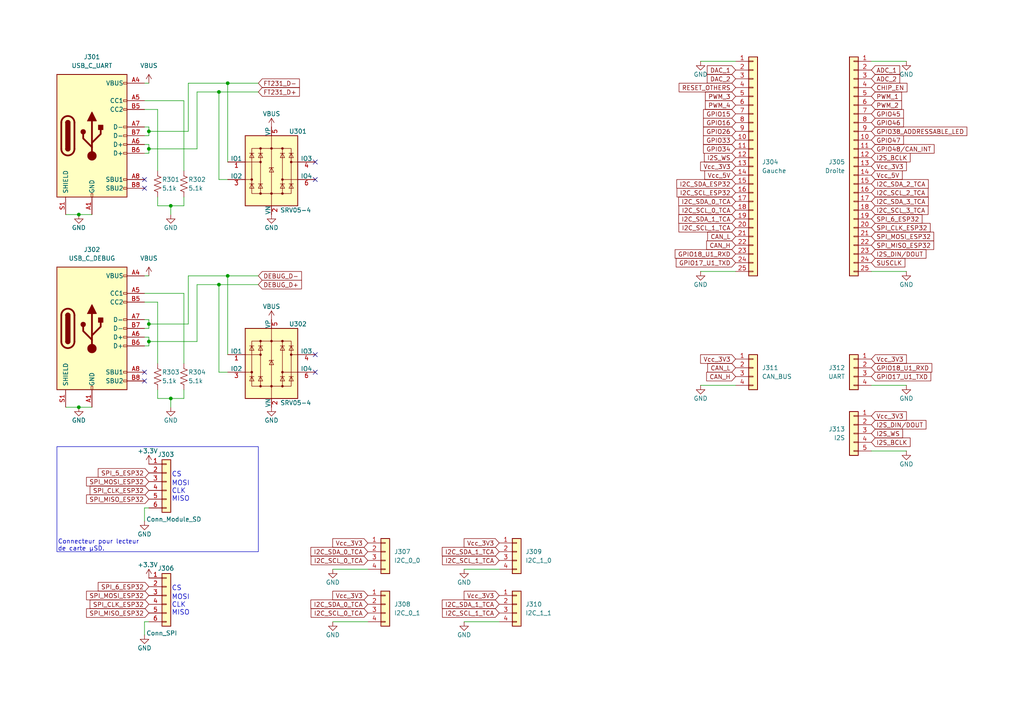
<source format=kicad_sch>
(kicad_sch (version 20231120) (generator "eeschema") (generator_version "8.0")
  (paper "A4")
  (lib_symbols
    (symbol "Connector:USB_C_Receptacle_USB2.0" (pin_names (offset 1.016))
      (property "Reference" "J" (at -10.16 19.05 0))
      (property "Value" "USB_C_Receptacle_USB2.0" (at 19.05 19.05 0))
      (symbol "USB_C_Receptacle_USB2.0_0_0"
        (rectangle (start -0.254 -17.78) (end 0.254 -16.764))
        (rectangle (start 10.16 -14.986) (end 9.144 -15.494))
        (rectangle (start 10.16 -12.446) (end 9.144 -12.954))
        (rectangle (start 10.16 -4.826) (end 9.144 -5.334))
        (rectangle (start 10.16 -2.286) (end 9.144 -2.794))
        (rectangle (start 10.16 0.254) (end 9.144 -0.254))
        (rectangle (start 10.16 2.794) (end 9.144 2.286))
        (rectangle (start 10.16 7.874) (end 9.144 7.366))
        (rectangle (start 10.16 10.414) (end 9.144 9.906))
        (rectangle (start 10.16 15.494) (end 9.144 14.986))
      )
      (symbol "USB_C_Receptacle_USB2.0_0_1"
        (rectangle (start -10.16 17.78) (end 10.16 -17.78) (stroke (width 0.254)) (fill (type background)))
        (arc (start -8.89 -3.81) (mid -6.985 -5.7067) (end -5.08 -3.81) (stroke (width 0.508)))
        (arc (start -7.62 -3.81) (mid -6.985 -4.4423) (end -6.35 -3.81) (stroke (width 0.254)))
        (arc (start -7.62 -3.81) (mid -6.985 -4.4423) (end -6.35 -3.81) (stroke (width 0.254)) (fill (type outline)))
        (rectangle (start -7.62 -3.81) (end -6.35 3.81) (stroke (width 0.254)) (fill (type outline)))
        (arc (start -6.35 3.81) (mid -6.985 4.4423) (end -7.62 3.81) (stroke (width 0.254)))
        (arc (start -6.35 3.81) (mid -6.985 4.4423) (end -7.62 3.81) (stroke (width 0.254)) (fill (type outline)))
        (arc (start -5.08 3.81) (mid -6.985 5.7067) (end -8.89 3.81) (stroke (width 0.508)))
        (circle (center -2.54 1.143) (radius 0.635) (stroke (width 0.254)) (fill (type outline)))
        (circle (center 0 -5.842) (radius 1.27) (fill (type outline)))
        (polyline (pts (xy -8.89 -3.81) (xy -8.89 3.81)) (stroke (width 0.508)))
        (polyline (pts (xy -5.08 3.81) (xy -5.08 -3.81)) (stroke (width 0.508)))
        (polyline (pts (xy 0 -5.842) (xy 0 4.318)) (stroke (width 0.508)))
        (polyline (pts (xy 0 -3.302) (xy -2.54 -0.762) (xy -2.54 0.508)) (stroke (width 0.508)))
        (polyline (pts (xy 0 -2.032) (xy 2.54 0.508) (xy 2.54 1.778)) (stroke (width 0.508)))
        (polyline (pts (xy -1.27 4.318) (xy 0 6.858) (xy 1.27 4.318) (xy -1.27 4.318)) (stroke (width 0.254)) (fill (type outline)))
        (rectangle (start 1.905 1.778) (end 3.175 3.048) (stroke (width 0.254)) (fill (type outline)))
      )
      (symbol "USB_C_Receptacle_USB2.0_1_1"
        (pin passive line (at 0 -22.86 90) (length 5.08) (name "GND") (number "A1"))
        (pin passive line (at 0 -22.86 90) (length 5.08) hide (name "GND") (number "A12"))
        (pin passive line (at 15.24 15.24 180) (length 5.08) (name "VBUS") (number "A4"))
        (pin bidirectional line (at 15.24 10.16 180) (length 5.08) (name "CC1") (number "A5"))
        (pin bidirectional line (at 15.24 -2.54 180) (length 5.08) (name "D+") (number "A6"))
        (pin bidirectional line (at 15.24 2.54 180) (length 5.08) (name "D-") (number "A7"))
        (pin bidirectional line (at 15.24 -12.7 180) (length 5.08) (name "SBU1") (number "A8"))
        (pin passive line (at 15.24 15.24 180) (length 5.08) hide (name "VBUS") (number "A9"))
        (pin passive line (at 0 -22.86 90) (length 5.08) hide (name "GND") (number "B1"))
        (pin passive line (at 0 -22.86 90) (length 5.08) hide (name "GND") (number "B12"))
        (pin passive line (at 15.24 15.24 180) (length 5.08) hide (name "VBUS") (number "B4"))
        (pin bidirectional line (at 15.24 7.62 180) (length 5.08) (name "CC2") (number "B5"))
        (pin bidirectional line (at 15.24 -5.08 180) (length 5.08) (name "D+") (number "B6"))
        (pin bidirectional line (at 15.24 0 180) (length 5.08) (name "D-") (number "B7"))
        (pin bidirectional line (at 15.24 -15.24 180) (length 5.08) (name "SBU2") (number "B8"))
        (pin passive line (at 15.24 15.24 180) (length 5.08) hide (name "VBUS") (number "B9"))
        (pin passive line (at -7.62 -22.86 90) (length 5.08) (name "SHIELD") (number "S1"))
      )
    )
    (symbol "Connector_Generic:Conn_01x04" (pin_names (offset 1.016) hide)
      (property "Reference" "J" (at 0 5.08 0))
      (property "Value" "Conn_01x04" (at 0 -7.62 0))
      (symbol "Conn_01x04_1_1"
        (rectangle (start -1.27 -4.953) (end 0 -5.207) (stroke (width 0.1524)))
        (rectangle (start -1.27 -2.413) (end 0 -2.667) (stroke (width 0.1524)))
        (rectangle (start -1.27 0.127) (end 0 -0.127) (stroke (width 0.1524)))
        (rectangle (start -1.27 2.667) (end 0 2.413) (stroke (width 0.1524)))
        (rectangle (start -1.27 3.81) (end 1.27 -6.35) (stroke (width 0.254)) (fill (type background)))
        (pin passive line (at -5.08 2.54 0) (length 3.81) (name "Pin_1") (number "1"))
        (pin passive line (at -5.08 0 0) (length 3.81) (name "Pin_2") (number "2"))
        (pin passive line (at -5.08 -2.54 0) (length 3.81) (name "Pin_3") (number "3"))
        (pin passive line (at -5.08 -5.08 0) (length 3.81) (name "Pin_4") (number "4"))
      )
    )
    (symbol "Connector_Generic:Conn_01x05" (pin_names (offset 1.016) hide)
      (property "Reference" "J" (at 0 7.62 0))
      (property "Value" "Conn_01x05" (at 0 -7.62 0))
      (symbol "Conn_01x05_1_1"
        (rectangle (start -1.27 -4.953) (end 0 -5.207) (stroke (width 0.1524)))
        (rectangle (start -1.27 -2.413) (end 0 -2.667) (stroke (width 0.1524)))
        (rectangle (start -1.27 0.127) (end 0 -0.127) (stroke (width 0.1524)))
        (rectangle (start -1.27 2.667) (end 0 2.413) (stroke (width 0.1524)))
        (rectangle (start -1.27 5.207) (end 0 4.953) (stroke (width 0.1524)))
        (rectangle (start -1.27 6.35) (end 1.27 -6.35) (stroke (width 0.254)) (fill (type background)))
        (pin passive line (at -5.08 5.08 0) (length 3.81) (name "Pin_1") (number "1"))
        (pin passive line (at -5.08 2.54 0) (length 3.81) (name "Pin_2") (number "2"))
        (pin passive line (at -5.08 0 0) (length 3.81) (name "Pin_3") (number "3"))
        (pin passive line (at -5.08 -2.54 0) (length 3.81) (name "Pin_4") (number "4"))
        (pin passive line (at -5.08 -5.08 0) (length 3.81) (name "Pin_5") (number "5"))
      )
    )
    (symbol "Connector_Generic:Conn_01x06" (pin_names (offset 1.016) hide)
      (property "Reference" "J" (at 0 7.62 0))
      (property "Value" "Conn_01x06" (at 0 -10.16 0))
      (symbol "Conn_01x06_1_1"
        (rectangle (start -1.27 -7.493) (end 0 -7.747) (stroke (width 0.1524)))
        (rectangle (start -1.27 -4.953) (end 0 -5.207) (stroke (width 0.1524)))
        (rectangle (start -1.27 -2.413) (end 0 -2.667) (stroke (width 0.1524)))
        (rectangle (start -1.27 0.127) (end 0 -0.127) (stroke (width 0.1524)))
        (rectangle (start -1.27 2.667) (end 0 2.413) (stroke (width 0.1524)))
        (rectangle (start -1.27 5.207) (end 0 4.953) (stroke (width 0.1524)))
        (rectangle (start -1.27 6.35) (end 1.27 -8.89) (stroke (width 0.254)) (fill (type background)))
        (pin passive line (at -5.08 5.08 0) (length 3.81) (name "Pin_1") (number "1"))
        (pin passive line (at -5.08 2.54 0) (length 3.81) (name "Pin_2") (number "2"))
        (pin passive line (at -5.08 0 0) (length 3.81) (name "Pin_3") (number "3"))
        (pin passive line (at -5.08 -2.54 0) (length 3.81) (name "Pin_4") (number "4"))
        (pin passive line (at -5.08 -5.08 0) (length 3.81) (name "Pin_5") (number "5"))
        (pin passive line (at -5.08 -7.62 0) (length 3.81) (name "Pin_6") (number "6"))
      )
    )
    (symbol "Connector_Generic:Conn_01x25" (pin_names (offset 1.016) hide)
      (property "Reference" "J" (at 0 33.02 0))
      (property "Value" "Conn_01x25" (at 0 -33.02 0))
      (symbol "Conn_01x25_1_1"
        (rectangle (start -1.27 -30.353) (end 0 -30.607) (stroke (width 0.1524)))
        (rectangle (start -1.27 -27.813) (end 0 -28.067) (stroke (width 0.1524)))
        (rectangle (start -1.27 -25.273) (end 0 -25.527) (stroke (width 0.1524)))
        (rectangle (start -1.27 -22.733) (end 0 -22.987) (stroke (width 0.1524)))
        (rectangle (start -1.27 -20.193) (end 0 -20.447) (stroke (width 0.1524)))
        (rectangle (start -1.27 -17.653) (end 0 -17.907) (stroke (width 0.1524)))
        (rectangle (start -1.27 -15.113) (end 0 -15.367) (stroke (width 0.1524)))
        (rectangle (start -1.27 -12.573) (end 0 -12.827) (stroke (width 0.1524)))
        (rectangle (start -1.27 -10.033) (end 0 -10.287) (stroke (width 0.1524)))
        (rectangle (start -1.27 -7.493) (end 0 -7.747) (stroke (width 0.1524)))
        (rectangle (start -1.27 -4.953) (end 0 -5.207) (stroke (width 0.1524)))
        (rectangle (start -1.27 -2.413) (end 0 -2.667) (stroke (width 0.1524)))
        (rectangle (start -1.27 0.127) (end 0 -0.127) (stroke (width 0.1524)))
        (rectangle (start -1.27 2.667) (end 0 2.413) (stroke (width 0.1524)))
        (rectangle (start -1.27 5.207) (end 0 4.953) (stroke (width 0.1524)))
        (rectangle (start -1.27 7.747) (end 0 7.493) (stroke (width 0.1524)))
        (rectangle (start -1.27 10.287) (end 0 10.033) (stroke (width 0.1524)))
        (rectangle (start -1.27 12.827) (end 0 12.573) (stroke (width 0.1524)))
        (rectangle (start -1.27 15.367) (end 0 15.113) (stroke (width 0.1524)))
        (rectangle (start -1.27 17.907) (end 0 17.653) (stroke (width 0.1524)))
        (rectangle (start -1.27 20.447) (end 0 20.193) (stroke (width 0.1524)))
        (rectangle (start -1.27 22.987) (end 0 22.733) (stroke (width 0.1524)))
        (rectangle (start -1.27 25.527) (end 0 25.273) (stroke (width 0.1524)))
        (rectangle (start -1.27 28.067) (end 0 27.813) (stroke (width 0.1524)))
        (rectangle (start -1.27 30.607) (end 0 30.353) (stroke (width 0.1524)))
        (rectangle (start -1.27 31.75) (end 1.27 -31.75) (stroke (width 0.254)) (fill (type background)))
        (pin passive line (at -5.08 30.48 0) (length 3.81) (name "Pin_1") (number "1"))
        (pin passive line (at -5.08 7.62 0) (length 3.81) (name "Pin_10") (number "10"))
        (pin passive line (at -5.08 5.08 0) (length 3.81) (name "Pin_11") (number "11"))
        (pin passive line (at -5.08 2.54 0) (length 3.81) (name "Pin_12") (number "12"))
        (pin passive line (at -5.08 0 0) (length 3.81) (name "Pin_13") (number "13"))
        (pin passive line (at -5.08 -2.54 0) (length 3.81) (name "Pin_14") (number "14"))
        (pin passive line (at -5.08 -5.08 0) (length 3.81) (name "Pin_15") (number "15"))
        (pin passive line (at -5.08 -7.62 0) (length 3.81) (name "Pin_16") (number "16"))
        (pin passive line (at -5.08 -10.16 0) (length 3.81) (name "Pin_17") (number "17"))
        (pin passive line (at -5.08 -12.7 0) (length 3.81) (name "Pin_18") (number "18"))
        (pin passive line (at -5.08 -15.24 0) (length 3.81) (name "Pin_19") (number "19"))
        (pin passive line (at -5.08 27.94 0) (length 3.81) (name "Pin_2") (number "2"))
        (pin passive line (at -5.08 -17.78 0) (length 3.81) (name "Pin_20") (number "20"))
        (pin passive line (at -5.08 -20.32 0) (length 3.81) (name "Pin_21") (number "21"))
        (pin passive line (at -5.08 -22.86 0) (length 3.81) (name "Pin_22") (number "22"))
        (pin passive line (at -5.08 -25.4 0) (length 3.81) (name "Pin_23") (number "23"))
        (pin passive line (at -5.08 -27.94 0) (length 3.81) (name "Pin_24") (number "24"))
        (pin passive line (at -5.08 -30.48 0) (length 3.81) (name "Pin_25") (number "25"))
        (pin passive line (at -5.08 25.4 0) (length 3.81) (name "Pin_3") (number "3"))
        (pin passive line (at -5.08 22.86 0) (length 3.81) (name "Pin_4") (number "4"))
        (pin passive line (at -5.08 20.32 0) (length 3.81) (name "Pin_5") (number "5"))
        (pin passive line (at -5.08 17.78 0) (length 3.81) (name "Pin_6") (number "6"))
        (pin passive line (at -5.08 15.24 0) (length 3.81) (name "Pin_7") (number "7"))
        (pin passive line (at -5.08 12.7 0) (length 3.81) (name "Pin_8") (number "8"))
        (pin passive line (at -5.08 10.16 0) (length 3.81) (name "Pin_9") (number "9"))
      )
    )
    (symbol "Device:R_US" (pin_numbers hide) (pin_names (offset 0))
      (property "Reference" "R" (at 2.54 0 90))
      (property "Value" "R_US" (at -2.54 0 90))
      (symbol "R_US_0_1"
        (polyline (pts (xy 0 -2.286) (xy 0 -2.54)))
        (polyline (pts (xy 0 2.286) (xy 0 2.54)))
        (polyline (pts (xy 0 -0.762) (xy 1.016 -1.143) (xy 0 -1.524) (xy -1.016 -1.905) (xy 0 -2.286)))
        (polyline (pts (xy 0 0.762) (xy 1.016 0.381) (xy 0 0) (xy -1.016 -0.381) (xy 0 -0.762)))
        (polyline (pts (xy 0 2.286) (xy 1.016 1.905) (xy 0 1.524) (xy -1.016 1.143) (xy 0 0.762)))
      )
      (symbol "R_US_1_1"
        (pin passive line (at 0 3.81 270) (length 1.27) (name "~") (number "1"))
        (pin passive line (at 0 -3.81 90) (length 1.27) (name "~") (number "2"))
      )
    )
    (symbol "GND_1" (power) (pin_numbers hide) (pin_names (offset 0) hide)
      (property "Value" "GND" (at 0 -3.81 0))
      (symbol "GND_1_0_1"
        (polyline (pts (xy 0 0) (xy 0 -1.27) (xy 1.27 -1.27) (xy 0 -2.54) (xy -1.27 -1.27) (xy 0 -1.27)))
      )
      (symbol "GND_1_1_1"
        (pin power_in line (at 0 0 270) (length 0) (name "~") (number "1"))
      )
    )
    (symbol "Power_Protection:SRV05-4" (pin_names (offset 0))
      (property "Reference" "U" (at -5.08 11.43 0))
      (property "Value" "SRV05-4" (at 2.54 11.43 0))
      (symbol "SRV05-4_0_0"
        (rectangle (start -5.715 6.477) (end 5.715 -6.604))
        (polyline (pts (xy -3.175 -6.604) (xy -3.175 6.477)))
        (polyline (pts (xy 3.175 6.477) (xy 3.175 -6.604)))
      )
      (symbol "SRV05-4_0_1"
        (rectangle (start -7.62 10.16) (end 7.62 -10.16) (stroke (width 0.254)) (fill (type background)))
        (circle (center -5.715 -2.54) (radius 0.2794) (fill (type outline)))
        (circle (center -3.175 -6.604) (radius 0.2794) (fill (type outline)))
        (circle (center -3.175 2.54) (radius 0.2794) (fill (type outline)))
        (circle (center -3.175 6.477) (radius 0.2794) (fill (type outline)))
        (circle (center 0 -6.604) (radius 0.2794) (fill (type outline)))
        (polyline (pts (xy -7.747 2.54) (xy -3.175 2.54)))
        (polyline (pts (xy -7.62 -2.54) (xy -5.715 -2.54)))
        (polyline (pts (xy -5.08 -3.81) (xy -6.35 -3.81)))
        (polyline (pts (xy -5.08 5.08) (xy -6.35 5.08)))
        (polyline (pts (xy -2.54 -3.81) (xy -3.81 -3.81)))
        (polyline (pts (xy -2.54 5.08) (xy -3.81 5.08)))
        (polyline (pts (xy 0 10.16) (xy 0 -10.16)))
        (polyline (pts (xy 3.81 -3.81) (xy 2.54 -3.81)))
        (polyline (pts (xy 3.81 5.08) (xy 2.54 5.08)))
        (polyline (pts (xy 6.35 -3.81) (xy 5.08 -3.81)))
        (polyline (pts (xy 6.35 5.08) (xy 5.08 5.08)))
        (polyline (pts (xy 7.62 -2.54) (xy 3.175 -2.54)))
        (polyline (pts (xy 7.62 2.54) (xy 5.715 2.54)))
        (polyline (pts (xy 0.635 0.889) (xy -0.635 0.889) (xy -0.635 0.635)))
        (polyline (pts (xy -5.08 -5.08) (xy -6.35 -5.08) (xy -5.715 -3.81) (xy -5.08 -5.08)))
        (polyline (pts (xy -5.08 3.81) (xy -6.35 3.81) (xy -5.715 5.08) (xy -5.08 3.81)))
        (polyline (pts (xy -2.54 -5.08) (xy -3.81 -5.08) (xy -3.175 -3.81) (xy -2.54 -5.08)))
        (polyline (pts (xy -2.54 3.81) (xy -3.81 3.81) (xy -3.175 5.08) (xy -2.54 3.81)))
        (polyline (pts (xy 0.635 -0.381) (xy -0.635 -0.381) (xy 0 0.889) (xy 0.635 -0.381)))
        (polyline (pts (xy 3.81 -5.08) (xy 2.54 -5.08) (xy 3.175 -3.81) (xy 3.81 -5.08)))
        (polyline (pts (xy 3.81 3.81) (xy 2.54 3.81) (xy 3.175 5.08) (xy 3.81 3.81)))
        (polyline (pts (xy 6.35 -5.08) (xy 5.08 -5.08) (xy 5.715 -3.81) (xy 6.35 -5.08)))
        (polyline (pts (xy 6.35 3.81) (xy 5.08 3.81) (xy 5.715 5.08) (xy 6.35 3.81)))
        (circle (center 0 6.477) (radius 0.2794) (fill (type outline)))
        (circle (center 3.175 -6.604) (radius 0.2794) (fill (type outline)))
        (circle (center 3.175 -2.54) (radius 0.2794) (fill (type outline)))
        (circle (center 3.175 6.477) (radius 0.2794) (fill (type outline)))
        (circle (center 5.715 2.54) (radius 0.2794) (fill (type outline)))
      )
      (symbol "SRV05-4_1_1"
        (pin passive line (at -12.7 2.54 0) (length 5.08) (name "IO1") (number "1"))
        (pin passive line (at 0 -12.7 90) (length 2.54) (name "VN") (number "2"))
        (pin passive line (at -12.7 -2.54 0) (length 5.08) (name "IO2") (number "3"))
        (pin passive line (at 12.7 2.54 180) (length 5.08) (name "IO3") (number "4"))
        (pin passive line (at 0 12.7 270) (length 2.54) (name "VP") (number "5"))
        (pin passive line (at 12.7 -2.54 180) (length 5.08) (name "IO4") (number "6"))
      )
    )
    (symbol "power:+3.3V" (power) (pin_numbers hide) (pin_names (offset 0) hide)
      (property "Value" "+3.3V" (at 0 3.556 0))
      (symbol "+3.3V_0_1"
        (polyline (pts (xy -0.762 1.27) (xy 0 2.54)))
        (polyline (pts (xy 0 0) (xy 0 2.54)))
        (polyline (pts (xy 0 2.54) (xy 0.762 1.27)))
      )
      (symbol "+3.3V_1_1"
        (pin power_in line (at 0 0 90) (length 0) (name "~") (number "1"))
      )
    )
    (symbol "power:GND" (power) (pin_names (offset 0))
      (property "Value" "GND" (at 0 -3.81 0))
      (symbol "GND_0_1"
        (polyline (pts (xy 0 0) (xy 0 -1.27) (xy 1.27 -1.27) (xy 0 -2.54) (xy -1.27 -1.27) (xy 0 -1.27)))
      )
      (symbol "GND_1_1"
        (pin power_in line (at 0 0 270) (length 0) hide (name "GND") (number "1"))
      )
    )
    (symbol "power:VBUS" (power) (pin_names (offset 0))
      (property "Value" "VBUS" (at 0 3.81 0))
      (symbol "VBUS_0_1"
        (polyline (pts (xy -0.762 1.27) (xy 0 2.54)))
        (polyline (pts (xy 0 0) (xy 0 2.54)))
        (polyline (pts (xy 0 2.54) (xy 0.762 1.27)))
      )
      (symbol "VBUS_1_1"
        (pin power_in line (at 0 0 90) (length 0) hide (name "VBUS") (number "1"))
      )
    )
  )
  (junction (at 43.18 38.1))
  (junction (at 63.5 82.55))
  (junction (at 66.04 80.01))
  (junction (at 49.53 59.69))
  (junction (at 43.18 43.18))
  (junction (at 43.18 93.98))
  (junction (at 22.86 118.11))
  (junction (at 66.04 24.13))
  (junction (at 49.53 115.57))
  (junction (at 22.86 62.23))
  (junction (at 43.18 99.06))
  (junction (at 63.5 26.67))
  (no_connect (at 41.91 52.07))
  (no_connect (at 41.91 54.61))
  (no_connect (at 91.44 52.07))
  (no_connect (at 41.91 107.95))
  (no_connect (at 91.44 102.87))
  (no_connect (at 41.91 110.49))
  (no_connect (at 91.44 46.99))
  (no_connect (at 91.44 107.95))
  (wire (pts (xy 41.91 85.09) (xy 53.34 85.09)))
  (wire (pts (xy 63.5 107.95) (xy 63.5 82.55)))
  (wire (pts (xy 134.62 180.34) (xy 144.78 180.34)))
  (wire (pts (xy 41.91 97.79) (xy 43.18 97.79)))
  (wire (pts (xy 203.2 111.76) (xy 213.36 111.76)))
  (wire (pts (xy 54.61 24.13) (xy 66.04 24.13)))
  (wire (pts (xy 41.91 100.33) (xy 43.18 100.33)))
  (wire (pts (xy 43.18 93.98) (xy 54.61 93.98)))
  (wire (pts (xy 41.91 31.75) (xy 45.72 31.75)))
  (wire (pts (xy 41.91 87.63) (xy 45.72 87.63)))
  (wire (pts (xy 53.34 115.57) (xy 49.53 115.57)))
  (wire (pts (xy 203.2 78.74) (xy 213.36 78.74)))
  (wire (pts (xy 66.04 24.13) (xy 74.93 24.13)))
  (wire (pts (xy 57.15 43.18) (xy 57.15 26.67)))
  (wire (pts (xy 43.18 99.06) (xy 43.18 100.33)))
  (wire (pts (xy 43.18 93.98) (xy 43.18 95.25)))
  (wire (pts (xy 43.18 38.1) (xy 43.18 39.37)))
  (wire (pts (xy 45.72 59.69) (xy 49.53 59.69)))
  (wire (pts (xy 53.34 57.15) (xy 53.34 59.69)))
  (wire (pts (xy 66.04 52.07) (xy 63.5 52.07)))
  (wire (pts (xy 53.34 59.69) (xy 49.53 59.69)))
  (wire (pts (xy 43.18 180.34) (xy 41.91 180.34)))
  (wire (pts (xy 41.91 95.25) (xy 43.18 95.25)))
  (wire (pts (xy 262.89 130.81) (xy 252.73 130.81)))
  (wire (pts (xy 45.72 87.63) (xy 45.72 105.41)))
  (wire (pts (xy 45.72 113.03) (xy 45.72 115.57)))
  (wire (pts (xy 54.61 93.98) (xy 54.61 80.01)))
  (wire (pts (xy 262.89 111.76) (xy 252.73 111.76)))
  (wire (pts (xy 43.18 43.18) (xy 57.15 43.18)))
  (wire (pts (xy 22.86 62.23) (xy 26.67 62.23)))
  (wire (pts (xy 22.86 62.23) (xy 19.05 62.23)))
  (wire (pts (xy 43.18 97.79) (xy 43.18 99.06)))
  (wire (pts (xy 22.86 118.11) (xy 19.05 118.11)))
  (wire (pts (xy 53.34 29.21) (xy 53.34 49.53)))
  (wire (pts (xy 49.53 115.57) (xy 49.53 118.11)))
  (wire (pts (xy 41.91 80.01) (xy 43.18 80.01)))
  (wire (pts (xy 54.61 80.01) (xy 66.04 80.01)))
  (wire (pts (xy 43.18 36.83) (xy 43.18 38.1)))
  (wire (pts (xy 41.91 44.45) (xy 43.18 44.45)))
  (wire (pts (xy 213.36 17.78) (xy 203.2 17.78)))
  (wire (pts (xy 43.18 41.91) (xy 43.18 43.18)))
  (wire (pts (xy 41.91 29.21) (xy 53.34 29.21)))
  (wire (pts (xy 96.52 180.34) (xy 106.68 180.34)))
  (wire (pts (xy 43.18 99.06) (xy 57.15 99.06)))
  (wire (pts (xy 41.91 92.71) (xy 43.18 92.71)))
  (wire (pts (xy 57.15 26.67) (xy 63.5 26.67)))
  (wire (pts (xy 43.18 147.32) (xy 41.91 147.32)))
  (wire (pts (xy 57.15 99.06) (xy 57.15 82.55)))
  (wire (pts (xy 96.52 165.1) (xy 106.68 165.1)))
  (wire (pts (xy 54.61 38.1) (xy 54.61 24.13)))
  (wire (pts (xy 45.72 115.57) (xy 49.53 115.57)))
  (wire (pts (xy 22.86 118.11) (xy 26.67 118.11)))
  (wire (pts (xy 45.72 31.75) (xy 45.72 49.53)))
  (wire (pts (xy 41.91 180.34) (xy 41.91 184.15)))
  (wire (pts (xy 66.04 80.01) (xy 74.93 80.01)))
  (wire (pts (xy 66.04 107.95) (xy 63.5 107.95)))
  (wire (pts (xy 66.04 102.87) (xy 66.04 80.01)))
  (wire (pts (xy 45.72 57.15) (xy 45.72 59.69)))
  (wire (pts (xy 41.91 24.13) (xy 43.18 24.13)))
  (wire (pts (xy 43.18 43.18) (xy 43.18 44.45)))
  (wire (pts (xy 41.91 39.37) (xy 43.18 39.37)))
  (wire (pts (xy 41.91 41.91) (xy 43.18 41.91)))
  (wire (pts (xy 63.5 26.67) (xy 74.93 26.67)))
  (wire (pts (xy 252.73 17.78) (xy 262.89 17.78)))
  (wire (pts (xy 66.04 46.99) (xy 66.04 24.13)))
  (wire (pts (xy 41.91 36.83) (xy 43.18 36.83)))
  (wire (pts (xy 134.62 165.1) (xy 144.78 165.1)))
  (wire (pts (xy 41.91 147.32) (xy 41.91 151.13)))
  (wire (pts (xy 63.5 82.55) (xy 74.93 82.55)))
  (wire (pts (xy 57.15 82.55) (xy 63.5 82.55)))
  (wire (pts (xy 43.18 38.1) (xy 54.61 38.1)))
  (wire (pts (xy 63.5 52.07) (xy 63.5 26.67)))
  (wire (pts (xy 252.73 78.74) (xy 262.89 78.74)))
  (wire (pts (xy 53.34 85.09) (xy 53.34 105.41)))
  (wire (pts (xy 53.34 113.03) (xy 53.34 115.57)))
  (wire (pts (xy 49.53 59.69) (xy 49.53 62.23)))
  (wire (pts (xy 43.18 92.71) (xy 43.18 93.98)))
  (rectangle (start 16.51 129.54) (end 74.93 160.02))
  (text "CS" (at 49.784 137.668 0) (effects (font (size 1.4 1.4)) (justify left)))
  (text "CS" (at 49.784 170.688 0) (effects (font (size 1.4 1.4)) (justify left)))
  (text "Connecteur pour lecteur\nde carte µSD." (at 16.764 158.242 0) (effects (font (size 1.27 1.27)) (justify left)))
  (text "MOSI\nCLK\nMISO" (at 49.784 142.494 0) (effects (font (size 1.4 1.4)) (justify left)))
  (text "MOSI\nCLK\nMISO" (at 49.784 175.514 0) (effects (font (size 1.4 1.4)) (justify left)))
  (global_label "I2C_SCL_3_TCA" (shape input) (at 252.73 60.96 0) (property "Intersheetrefs" "${INTERSHEET_REFS}" (effects (hide yes))))
  (global_label "I2S_WS" (shape input) (at 252.73 125.73 0) (property "Intersheetrefs" "${INTERSHEET_REFS}" (effects (hide yes))))
  (global_label "I2C_SCL_0_TCA" (shape input) (at 106.68 177.8 180) (property "Intersheetrefs" "${INTERSHEET_REFS}" (effects (hide yes))))
  (global_label "Vcc_3V3" (shape input) (at 144.78 172.72 180) (property "Intersheetrefs" "${INTERSHEET_REFS}" (effects (hide yes))))
  (global_label "PWM_2" (shape input) (at 252.73 30.48 0) (property "Intersheetrefs" "${INTERSHEET_REFS}" (effects (hide yes))))
  (global_label "GPIO38_ADDRESSABLE_LED" (shape input) (at 252.73 38.1 0) (property "Intersheetrefs" "${INTERSHEET_REFS}" (effects (hide yes))))
  (global_label "I2S_BCLK" (shape input) (at 252.73 128.27 0) (property "Intersheetrefs" "${INTERSHEET_REFS}" (effects (hide yes))))
  (global_label "I2S_DIN{slash}DOUT" (shape input) (at 252.73 73.66 0) (property "Intersheetrefs" "${INTERSHEET_REFS}" (effects (hide yes))))
  (global_label "Vcc_3V3" (shape input) (at 106.68 157.48 180) (property "Intersheetrefs" "${INTERSHEET_REFS}" (effects (hide yes))))
  (global_label "Vcc_5V" (shape input) (at 252.73 50.8 0) (property "Intersheetrefs" "${INTERSHEET_REFS}" (effects (hide yes))))
  (global_label "I2C_SDA_1_TCA" (shape input) (at 213.36 63.5 180) (property "Intersheetrefs" "${INTERSHEET_REFS}" (effects (hide yes))))
  (global_label "GPIO47" (shape input) (at 252.73 40.64 0) (property "Intersheetrefs" "${INTERSHEET_REFS}" (effects (hide yes))))
  (global_label "PWM_1" (shape input) (at 252.73 27.94 0) (property "Intersheetrefs" "${INTERSHEET_REFS}" (effects (hide yes))))
  (global_label "Vcc_3V3" (shape input) (at 106.68 172.72 180) (property "Intersheetrefs" "${INTERSHEET_REFS}" (effects (hide yes))))
  (global_label "I2C_SDA_0_TCA" (shape input) (at 213.36 58.42 180) (property "Intersheetrefs" "${INTERSHEET_REFS}" (effects (hide yes))))
  (global_label "Vcc_3V3" (shape input) (at 252.73 104.14 0) (property "Intersheetrefs" "${INTERSHEET_REFS}" (effects (hide yes))))
  (global_label "SPI_5_ESP32" (shape input) (at 43.18 137.16 180) (property "Intersheetrefs" "${INTERSHEET_REFS}" (effects (hide yes))))
  (global_label "SPI_MISO_ESP32" (shape input) (at 43.18 144.78 180) (property "Intersheetrefs" "${INTERSHEET_REFS}" (effects (hide yes))))
  (global_label "SPI_6_ESP32" (shape input) (at 43.18 170.18 180) (property "Intersheetrefs" "${INTERSHEET_REFS}" (effects (hide yes))))
  (global_label "DAC_2" (shape input) (at 213.36 22.86 180) (property "Intersheetrefs" "${INTERSHEET_REFS}" (effects (hide yes))))
  (global_label "I2C_SCL_ESP32" (shape input) (at 213.36 55.88 180) (property "Intersheetrefs" "${INTERSHEET_REFS}" (effects (hide yes))))
  (global_label "Vcc_3V3" (shape input) (at 144.78 157.48 180) (property "Intersheetrefs" "${INTERSHEET_REFS}" (effects (hide yes))))
  (global_label "FT231_D+" (shape input) (at 74.93 26.67 0) (property "Intersheetrefs" "${INTERSHEET_REFS}" (effects (hide yes))))
  (global_label "ADC_1" (shape input) (at 252.73 20.32 0) (property "Intersheetrefs" "${INTERSHEET_REFS}" (effects (hide yes))))
  (global_label "I2C_SDA_0_TCA" (shape input) (at 106.68 175.26 180) (property "Intersheetrefs" "${INTERSHEET_REFS}" (effects (hide yes))))
  (global_label "SPI_CLK_ESP32" (shape input) (at 252.73 66.04 0) (property "Intersheetrefs" "${INTERSHEET_REFS}" (effects (hide yes))))
  (global_label "I2C_SDA_ESP32" (shape input) (at 213.36 53.34 180) (property "Intersheetrefs" "${INTERSHEET_REFS}" (effects (hide yes))))
  (global_label "I2C_SDA_2_TCA" (shape input) (at 252.73 53.34 0) (property "Intersheetrefs" "${INTERSHEET_REFS}" (effects (hide yes))))
  (global_label "I2C_SDA_1_TCA" (shape input) (at 144.78 175.26 180) (property "Intersheetrefs" "${INTERSHEET_REFS}" (effects (hide yes))))
  (global_label "ADC_2" (shape input) (at 252.73 22.86 0) (property "Intersheetrefs" "${INTERSHEET_REFS}" (effects (hide yes))))
  (global_label "FT231_D-" (shape input) (at 74.93 24.13 0) (property "Intersheetrefs" "${INTERSHEET_REFS}" (effects (hide yes))))
  (global_label "GPIO46" (shape input) (at 252.73 35.56 0) (property "Intersheetrefs" "${INTERSHEET_REFS}" (effects (hide yes))))
  (global_label "SPI_MOSI_ESP32" (shape input) (at 43.18 139.7 180) (property "Intersheetrefs" "${INTERSHEET_REFS}" (effects (hide yes))))
  (global_label "I2C_SDA_0_TCA" (shape input) (at 106.68 160.02 180) (property "Intersheetrefs" "${INTERSHEET_REFS}" (effects (hide yes))))
  (global_label "I2C_SCL_1_TCA" (shape input) (at 144.78 162.56 180) (property "Intersheetrefs" "${INTERSHEET_REFS}" (effects (hide yes))))
  (global_label "SUSCLK" (shape input) (at 252.73 76.2 0) (property "Intersheetrefs" "${INTERSHEET_REFS}" (effects (hide yes))))
  (global_label "SPI_CLK_ESP32" (shape input) (at 43.18 142.24 180) (property "Intersheetrefs" "${INTERSHEET_REFS}" (effects (hide yes))))
  (global_label "CAN_H" (shape input) (at 213.36 109.22 180) (property "Intersheetrefs" "${INTERSHEET_REFS}" (effects (hide yes))))
  (global_label "SPI_MOSI_ESP32" (shape input) (at 252.73 68.58 0) (property "Intersheetrefs" "${INTERSHEET_REFS}" (effects (hide yes))))
  (global_label "GPIO34" (shape input) (at 213.36 43.18 180) (property "Intersheetrefs" "${INTERSHEET_REFS}" (effects (hide yes))))
  (global_label "GPIO18_U1_RXD" (shape input) (at 252.73 106.68 0) (property "Intersheetrefs" "${INTERSHEET_REFS}" (effects (hide yes))))
  (global_label "I2C_SCL_0_TCA" (shape input) (at 213.36 60.96 180) (property "Intersheetrefs" "${INTERSHEET_REFS}" (effects (hide yes))))
  (global_label "GPIO48{slash}CAN_INT" (shape input) (at 252.73 43.18 0) (property "Intersheetrefs" "${INTERSHEET_REFS}" (effects (hide yes))))
  (global_label "I2C_SCL_1_TCA" (shape input) (at 213.36 66.04 180) (property "Intersheetrefs" "${INTERSHEET_REFS}" (effects (hide yes))))
  (global_label "Vcc_3V3" (shape input) (at 252.73 48.26 0) (property "Intersheetrefs" "${INTERSHEET_REFS}" (effects (hide yes))))
  (global_label "SPI_MISO_ESP32" (shape input) (at 43.18 177.8 180) (property "Intersheetrefs" "${INTERSHEET_REFS}" (effects (hide yes))))
  (global_label "CHIP_EN" (shape input) (at 252.73 25.4 0) (property "Intersheetrefs" "${INTERSHEET_REFS}" (effects (hide yes))))
  (global_label "GPIO26" (shape input) (at 213.36 38.1 180) (property "Intersheetrefs" "${INTERSHEET_REFS}" (effects (hide yes))))
  (global_label "DEBUG_D-" (shape input) (at 74.93 80.01 0) (property "Intersheetrefs" "${INTERSHEET_REFS}" (effects (hide yes))))
  (global_label "I2C_SCL_2_TCA" (shape input) (at 252.73 55.88 0) (property "Intersheetrefs" "${INTERSHEET_REFS}" (effects (hide yes))))
  (global_label "CAN_L" (shape input) (at 213.36 68.58 180) (property "Intersheetrefs" "${INTERSHEET_REFS}" (effects (hide yes))))
  (global_label "SPI_MOSI_ESP32" (shape input) (at 43.18 172.72 180) (property "Intersheetrefs" "${INTERSHEET_REFS}" (effects (hide yes))))
  (global_label "I2S_DIN{slash}DOUT" (shape input) (at 252.73 123.19 0) (property "Intersheetrefs" "${INTERSHEET_REFS}" (effects (hide yes))))
  (global_label "GPIO33" (shape input) (at 213.36 40.64 180) (property "Intersheetrefs" "${INTERSHEET_REFS}" (effects (hide yes))))
  (global_label "GPIO17_U1_TXD" (shape input) (at 213.36 76.2 180) (property "Intersheetrefs" "${INTERSHEET_REFS}" (effects (hide yes))))
  (global_label "CAN_H" (shape input) (at 213.36 71.12 180) (property "Intersheetrefs" "${INTERSHEET_REFS}" (effects (hide yes))))
  (global_label "Vcc_3V3" (shape input) (at 252.73 120.65 0) (property "Intersheetrefs" "${INTERSHEET_REFS}" (effects (hide yes))))
  (global_label "GPIO18_U1_RXD" (shape input) (at 213.36 73.66 180) (property "Intersheetrefs" "${INTERSHEET_REFS}" (effects (hide yes))))
  (global_label "SPI_MISO_ESP32" (shape input) (at 252.73 71.12 0) (property "Intersheetrefs" "${INTERSHEET_REFS}" (effects (hide yes))))
  (global_label "SPI_CLK_ESP32" (shape input) (at 43.18 175.26 180) (property "Intersheetrefs" "${INTERSHEET_REFS}" (effects (hide yes))))
  (global_label "I2S_WS" (shape input) (at 213.36 45.72 180) (property "Intersheetrefs" "${INTERSHEET_REFS}" (effects (hide yes))))
  (global_label "RESET_OTHERS" (shape input) (at 213.36 25.4 180) (property "Intersheetrefs" "${INTERSHEET_REFS}" (effects (hide yes))))
  (global_label "Vcc_3V3" (shape input) (at 213.36 48.26 180) (property "Intersheetrefs" "${INTERSHEET_REFS}" (effects (hide yes))))
  (global_label "GPIO15" (shape input) (at 213.36 33.02 180) (property "Intersheetrefs" "${INTERSHEET_REFS}" (effects (hide yes))))
  (global_label "I2S_BCLK" (shape input) (at 252.73 45.72 0) (property "Intersheetrefs" "${INTERSHEET_REFS}" (effects (hide yes))))
  (global_label "CAN_L" (shape input) (at 213.36 106.68 180) (property "Intersheetrefs" "${INTERSHEET_REFS}" (effects (hide yes))))
  (global_label "I2C_SCL_0_TCA" (shape input) (at 106.68 162.56 180) (property "Intersheetrefs" "${INTERSHEET_REFS}" (effects (hide yes))))
  (global_label "GPIO17_U1_TXD" (shape input) (at 252.73 109.22 0) (property "Intersheetrefs" "${INTERSHEET_REFS}" (effects (hide yes))))
  (global_label "DEBUG_D+" (shape input) (at 74.93 82.55 0) (property "Intersheetrefs" "${INTERSHEET_REFS}" (effects (hide yes))))
  (global_label "SPI_6_ESP32" (shape input) (at 252.73 63.5 0) (property "Intersheetrefs" "${INTERSHEET_REFS}" (effects (hide yes))))
  (global_label "Vcc_5V" (shape input) (at 213.36 50.8 180) (property "Intersheetrefs" "${INTERSHEET_REFS}" (effects (hide yes))))
  (global_label "GPIO16" (shape input) (at 213.36 35.56 180) (property "Intersheetrefs" "${INTERSHEET_REFS}" (effects (hide yes))))
  (global_label "Vcc_3V3" (shape input) (at 213.36 104.14 180) (property "Intersheetrefs" "${INTERSHEET_REFS}" (effects (hide yes))))
  (global_label "I2C_SDA_3_TCA" (shape input) (at 252.73 58.42 0) (property "Intersheetrefs" "${INTERSHEET_REFS}" (effects (hide yes))))
  (global_label "DAC_1" (shape input) (at 213.36 20.32 180) (property "Intersheetrefs" "${INTERSHEET_REFS}" (effects (hide yes))))
  (global_label "PWM_3" (shape input) (at 213.36 27.94 180) (property "Intersheetrefs" "${INTERSHEET_REFS}" (effects (hide yes))))
  (global_label "I2C_SCL_1_TCA" (shape input) (at 144.78 177.8 180) (property "Intersheetrefs" "${INTERSHEET_REFS}" (effects (hide yes))))
  (global_label "I2C_SDA_1_TCA" (shape input) (at 144.78 160.02 180) (property "Intersheetrefs" "${INTERSHEET_REFS}" (effects (hide yes))))
  (global_label "GPIO45" (shape input) (at 252.73 33.02 0) (property "Intersheetrefs" "${INTERSHEET_REFS}" (effects (hide yes))))
  (global_label "PWM_4" (shape input) (at 213.36 30.48 180) (property "Intersheetrefs" "${INTERSHEET_REFS}" (effects (hide yes))))
  (symbol (lib_id "power:GND") (at 78.74 118.11 0) (unit 1)
    (property "Reference" "#PWR0310" (effects (hide yes)))
    (property "Value" "GND" (at 78.74 121.92 0))
  )
  (symbol (lib_id "Connector_Generic:Conn_01x04") (at 247.65 106.68 0) (mirror y) (unit 1)
    (property "Reference" "J312" (at 245.11 106.6799 0) (effects (justify left)))
    (property "Value" "UART" (at 245.11 109.2199 0) (effects (justify left)))
    (property "Footprint" "Connector_PinHeader_2.54mm:PinHeader_1x04_P2.54mm_Vertical" (effects (hide yes)))
    (property "Description" "Generic connector, single row, 01x04, script generated (kicad-library-utils/schlib/autogen/connector/)" (effects (hide yes)))
  )
  (symbol (lib_id "Device:R_US") (at 45.72 53.34 0) (unit 1)
    (property "Reference" "R301" (at 46.99 52.07 0) (effects (justify left)))
    (property "Value" "5.1k" (at 46.99 54.61 0) (effects (justify left)))
    (property "Footprint" "Resistor_SMD:R_0805_2012Metric_Pad1.20x1.40mm_HandSolder" (effects (hide yes)))
  )
  (symbol (lib_id "Connector_Generic:Conn_01x05") (at 247.65 125.73 0) (mirror y) (unit 1)
    (property "Reference" "J313" (at 245.11 124.4599 0) (effects (justify left)))
    (property "Value" "I2S" (at 245.11 126.9999 0) (effects (justify left)))
    (property "Footprint" "Connector_PinHeader_2.54mm:PinHeader_1x05_P2.54mm_Vertical" (effects (hide yes)))
    (property "Description" "Generic connector, single row, 01x05, script generated (kicad-library-utils/schlib/autogen/connector/)" (effects (hide yes)))
  )
  (symbol (lib_id "power:GND") (at 22.86 118.11 0) (unit 1)
    (property "Reference" "#PWR0306" (effects (hide yes)))
    (property "Value" "GND" (at 22.86 121.92 0))
  )
  (symbol (lib_name "GND_1") (lib_id "power:GND") (at 96.52 165.1 0) (unit 1)
    (property "Reference" "#PWR0320" (effects (hide yes)))
    (property "Value" "GND" (at 96.52 168.91 0))
    (property "Description" "Power symbol creates a global label with name \"GND\" , ground" (effects (hide yes)))
  )
  (symbol (lib_id "Power_Protection:SRV05-4") (at 78.74 49.53 0) (unit 1)
    (property "Reference" "U301" (at 83.82 38.1 0) (effects (justify left)))
    (property "Value" "SRV05-4" (at 81.28 60.96 0) (effects (justify left)))
    (property "Footprint" "Package_TO_SOT_SMD:SOT-23-6" (effects (hide yes)))
    (property "Datasheet" "http://www.onsemi.com/pub/Collateral/SRV05-4-D.PDF" (effects (hide yes)))
  )
  (symbol (lib_id "Connector_Generic:Conn_01x04") (at 149.86 160.02 0) (unit 1)
    (property "Reference" "J309" (at 152.4 160.0199 0) (effects (justify left)))
    (property "Value" "I2C_1_0" (at 152.4 162.5599 0) (effects (justify left)))
    (property "Footprint" "Connector_PinHeader_2.54mm:PinHeader_1x04_P2.54mm_Vertical" (effects (hide yes)))
    (property "Description" "Generic connector, single row, 01x04, script generated (kicad-library-utils/schlib/autogen/connector/)" (effects (hide yes)))
  )
  (symbol (lib_name "GND_1") (lib_id "power:GND") (at 262.89 17.78 0) (unit 1)
    (property "Reference" "#PWR0315" (effects (hide yes)))
    (property "Value" "GND" (at 262.89 21.59 0))
    (property "Description" "Power symbol creates a global label with name \"GND\" , ground" (effects (hide yes)))
  )
  (symbol (lib_name "GND_1") (lib_id "power:GND") (at 262.89 130.81 0) (mirror y) (unit 1)
    (property "Reference" "#PWR0325" (effects (hide yes)))
    (property "Value" "GND" (at 262.89 134.62 0))
    (property "Description" "Power symbol creates a global label with name \"GND\" , ground" (effects (hide yes)))
  )
  (symbol (lib_name "GND_1") (lib_id "power:GND") (at 134.62 165.1 0) (unit 1)
    (property "Reference" "#PWR0321" (effects (hide yes)))
    (property "Value" "GND" (at 134.62 168.91 0))
    (property "Description" "Power symbol creates a global label with name \"GND\" , ground" (effects (hide yes)))
  )
  (symbol (lib_id "power:GND") (at 49.53 62.23 0) (unit 1)
    (property "Reference" "#PWR0303" (effects (hide yes)))
    (property "Value" "GND" (at 49.53 66.04 0))
  )
  (symbol (lib_name "GND_1") (lib_id "power:GND") (at 203.2 78.74 0) (unit 1)
    (property "Reference" "#PWR0313" (effects (hide yes)))
    (property "Value" "GND" (at 203.2 82.55 0))
    (property "Description" "Power symbol creates a global label with name \"GND\" , ground" (effects (hide yes)))
  )
  (symbol (lib_id "Device:R_US") (at 45.72 109.22 0) (unit 1)
    (property "Reference" "R303" (at 46.99 107.95 0) (effects (justify left)))
    (property "Value" "5.1k" (at 46.99 110.49 0) (effects (justify left)))
    (property "Footprint" "Resistor_SMD:R_0805_2012Metric_Pad1.20x1.40mm_HandSolder" (effects (hide yes)))
  )
  (symbol (lib_id "Connector_Generic:Conn_01x06") (at 48.26 139.7 0) (unit 1)
    (property "Reference" "J303" (at 45.72 131.826 0) (effects (justify left)))
    (property "Value" "Conn_Module_SD" (at 42.418 150.622 0) (effects (justify left)))
    (property "Footprint" "Connector_PinSocket_2.54mm:PinSocket_1x06_P2.54mm_Vertical" (effects (hide yes)))
    (property "Description" "Generic connector, single row, 01x06, script generated (kicad-library-utils/schlib/autogen/connector/)" (effects (hide yes)))
  )
  (symbol (lib_id "Device:R_US") (at 53.34 53.34 0) (unit 1)
    (property "Reference" "R302" (at 54.61 52.07 0) (effects (justify left)))
    (property "Value" "5.1k" (at 54.61 54.61 0) (effects (justify left)))
    (property "Footprint" "Resistor_SMD:R_0805_2012Metric_Pad1.20x1.40mm_HandSolder" (effects (hide yes)))
  )
  (symbol (lib_id "power:GND") (at 78.74 62.23 0) (unit 1)
    (property "Reference" "#PWR0305" (effects (hide yes)))
    (property "Value" "GND" (at 78.74 66.04 0))
  )
  (symbol (lib_id "Power_Protection:SRV05-4") (at 78.74 105.41 0) (unit 1)
    (property "Reference" "U302" (at 83.82 93.98 0) (effects (justify left)))
    (property "Value" "SRV05-4" (at 81.28 116.84 0) (effects (justify left)))
    (property "Footprint" "Package_TO_SOT_SMD:SOT-23-6" (effects (hide yes)))
    (property "Datasheet" "http://www.onsemi.com/pub/Collateral/SRV05-4-D.PDF" (effects (hide yes)))
  )
  (symbol (lib_id "Connector:USB_C_Receptacle_USB2.0") (at 26.67 39.37 0) (unit 1)
    (property "Reference" "J301" (at 26.67 16.51 0))
    (property "Value" "USB_C_UART" (at 26.67 19.05 0))
    (property "Footprint" "Connector_USB:USB_C_Receptacle_G-Switch_GT-USB-7010ASV" (effects (hide yes)))
    (property "Datasheet" "https://www.usb.org/sites/default/files/documents/usb_type-c.zip" (effects (hide yes)))
  )
  (symbol (lib_id "power:VBUS") (at 43.18 24.13 0) (unit 1)
    (property "Reference" "#PWR0302" (effects (hide yes)))
    (property "Value" "VBUS" (at 43.18 19.05 0))
  )
  (symbol (lib_id "Connector_Generic:Conn_01x25") (at 218.44 48.26 0) (unit 1)
    (property "Reference" "J304" (at 220.98 46.9899 0) (effects (justify left)))
    (property "Value" "Gauche" (at 220.98 49.5299 0) (effects (justify left)))
    (property "Footprint" "Connector_PinHeader_2.54mm:PinHeader_1x25_P2.54mm_Vertical" (effects (hide yes)))
    (property "Description" "Generic connector, single row, 01x25, script generated (kicad-library-utils/schlib/autogen/connector/)" (effects (hide yes)))
  )
  (symbol (lib_name "GND_1") (lib_id "power:GND") (at 262.89 111.76 0) (mirror y) (unit 1)
    (property "Reference" "#PWR0324" (effects (hide yes)))
    (property "Value" "GND" (at 262.89 115.57 0))
    (property "Description" "Power symbol creates a global label with name \"GND\" , ground" (effects (hide yes)))
  )
  (symbol (lib_id "power:GND") (at 41.91 151.13 0) (unit 1)
    (property "Reference" "#PWR0311" (effects (hide yes)))
    (property "Value" "GND" (at 41.91 154.94 0))
  )
  (symbol (lib_name "GND_1") (lib_id "power:GND") (at 203.2 17.78 0) (mirror y) (unit 1)
    (property "Reference" "#PWR0316" (effects (hide yes)))
    (property "Value" "GND" (at 203.2 21.59 0))
    (property "Description" "Power symbol creates a global label with name \"GND\" , ground" (effects (hide yes)))
  )
  (symbol (lib_name "GND_1") (lib_id "power:GND") (at 203.2 111.76 0) (unit 1)
    (property "Reference" "#PWR0323" (effects (hide yes)))
    (property "Value" "GND" (at 203.2 115.57 0))
    (property "Description" "Power symbol creates a global label with name \"GND\" , ground" (effects (hide yes)))
  )
  (symbol (lib_id "power:VBUS") (at 43.18 80.01 0) (unit 1)
    (property "Reference" "#PWR0307" (effects (hide yes)))
    (property "Value" "VBUS" (at 43.18 74.93 0))
  )
  (symbol (lib_name "GND_1") (lib_id "power:GND") (at 134.62 180.34 0) (unit 1)
    (property "Reference" "#PWR0322" (effects (hide yes)))
    (property "Value" "GND" (at 134.62 184.15 0))
    (property "Description" "Power symbol creates a global label with name \"GND\" , ground" (effects (hide yes)))
  )
  (symbol (lib_id "Connector:USB_C_Receptacle_USB2.0") (at 26.67 95.25 0) (unit 1)
    (property "Reference" "J302" (at 26.67 72.39 0))
    (property "Value" "USB_C_DEBUG" (at 26.67 74.93 0))
    (property "Footprint" "Connector_USB:USB_C_Receptacle_G-Switch_GT-USB-7010ASV" (effects (hide yes)))
    (property "Datasheet" "https://www.usb.org/sites/default/files/documents/usb_type-c.zip" (effects (hide yes)))
  )
  (symbol (lib_id "Connector_Generic:Conn_01x04") (at 111.76 175.26 0) (unit 1)
    (property "Reference" "J308" (at 114.3 175.2599 0) (effects (justify left)))
    (property "Value" "I2C_0_1" (at 114.3 177.7999 0) (effects (justify left)))
    (property "Footprint" "Connector_PinHeader_2.54mm:PinHeader_1x04_P2.54mm_Vertical" (effects (hide yes)))
    (property "Description" "Generic connector, single row, 01x04, script generated (kicad-library-utils/schlib/autogen/connector/)" (effects (hide yes)))
  )
  (symbol (lib_id "power:+3.3V") (at 43.18 134.62 0) (unit 1)
    (property "Reference" "#PWR0312" (effects (hide yes)))
    (property "Value" "+3.3V" (at 39.878 130.81 0) (effects (justify left)))
    (property "Description" "Power symbol creates a global label with name \"+3.3V\"" (effects (hide yes)))
  )
  (symbol (lib_id "power:VBUS") (at 78.74 92.71 0) (unit 1)
    (property "Reference" "#PWR0309" (effects (hide yes)))
    (property "Value" "VBUS" (at 78.74 88.9 0))
  )
  (symbol (lib_id "power:VBUS") (at 78.74 36.83 0) (unit 1)
    (property "Reference" "#PWR0304" (effects (hide yes)))
    (property "Value" "VBUS" (at 78.74 33.02 0))
  )
  (symbol (lib_id "power:+3.3V") (at 43.18 167.64 0) (unit 1)
    (property "Reference" "#PWR0318" (effects (hide yes)))
    (property "Value" "+3.3V" (at 39.878 163.83 0) (effects (justify left)))
    (property "Description" "Power symbol creates a global label with name \"+3.3V\"" (effects (hide yes)))
  )
  (symbol (lib_id "power:GND") (at 41.91 184.15 0) (unit 1)
    (property "Reference" "#PWR0317" (effects (hide yes)))
    (property "Value" "GND" (at 41.91 187.96 0))
  )
  (symbol (lib_id "Connector_Generic:Conn_01x25") (at 247.65 48.26 0) (mirror y) (unit 1)
    (property "Reference" "J305" (at 245.11 46.9899 0) (effects (justify left)))
    (property "Value" "Droite" (at 245.11 49.5299 0) (effects (justify left)))
    (property "Footprint" "Connector_PinHeader_2.54mm:PinHeader_1x25_P2.54mm_Vertical" (effects (hide yes)))
    (property "Description" "Generic connector, single row, 01x25, script generated (kicad-library-utils/schlib/autogen/connector/)" (effects (hide yes)))
  )
  (symbol (lib_name "GND_1") (lib_id "power:GND") (at 262.89 78.74 0) (unit 1)
    (property "Reference" "#PWR0314" (effects (hide yes)))
    (property "Value" "GND" (at 262.89 82.55 0))
    (property "Description" "Power symbol creates a global label with name \"GND\" , ground" (effects (hide yes)))
  )
  (symbol (lib_id "power:GND") (at 22.86 62.23 0) (unit 1)
    (property "Reference" "#PWR0301" (effects (hide yes)))
    (property "Value" "GND" (at 22.86 66.04 0))
  )
  (symbol (lib_id "Connector_Generic:Conn_01x04") (at 218.44 106.68 0) (unit 1)
    (property "Reference" "J311" (at 220.98 106.6799 0) (effects (justify left)))
    (property "Value" "CAN_BUS" (at 220.98 109.2199 0) (effects (justify left)))
    (property "Footprint" "Connector_PinHeader_2.54mm:PinHeader_1x04_P2.54mm_Vertical" (effects (hide yes)))
    (property "Description" "Generic connector, single row, 01x04, script generated (kicad-library-utils/schlib/autogen/connector/)" (effects (hide yes)))
  )
  (symbol (lib_id "Connector_Generic:Conn_01x06") (at 48.26 172.72 0) (unit 1)
    (property "Reference" "J306" (at 45.72 164.846 0) (effects (justify left)))
    (property "Value" "Conn_SPI" (at 42.418 183.642 0) (effects (justify left)))
    (property "Footprint" "Connector_PinSocket_2.54mm:PinSocket_1x06_P2.54mm_Vertical" (effects (hide yes)))
    (property "Description" "Generic connector, single row, 01x06, script generated (kicad-library-utils/schlib/autogen/connector/)" (effects (hide yes)))
  )
  (symbol (lib_id "power:GND") (at 49.53 118.11 0) (unit 1)
    (property "Reference" "#PWR0308" (effects (hide yes)))
    (property "Value" "GND" (at 49.53 121.92 0))
  )
  (symbol (lib_name "GND_1") (lib_id "power:GND") (at 96.52 180.34 0) (unit 1)
    (property "Reference" "#PWR0319" (effects (hide yes)))
    (property "Value" "GND" (at 96.52 184.15 0))
    (property "Description" "Power symbol creates a global label with name \"GND\" , ground" (effects (hide yes)))
  )
  (symbol (lib_id "Connector_Generic:Conn_01x04") (at 111.76 160.02 0) (unit 1)
    (property "Reference" "J307" (at 114.3 160.0199 0) (effects (justify left)))
    (property "Value" "I2C_0_0" (at 114.3 162.5599 0) (effects (justify left)))
    (property "Footprint" "Connector_PinHeader_2.54mm:PinHeader_1x04_P2.54mm_Vertical" (effects (hide yes)))
    (property "Description" "Generic connector, single row, 01x04, script generated (kicad-library-utils/schlib/autogen/connector/)" (effects (hide yes)))
  )
  (symbol (lib_id "Device:R_US") (at 53.34 109.22 0) (unit 1)
    (property "Reference" "R304" (at 54.61 107.95 0) (effects (justify left)))
    (property "Value" "5.1k" (at 54.61 110.49 0) (effects (justify left)))
    (property "Footprint" "Resistor_SMD:R_0805_2012Metric_Pad1.20x1.40mm_HandSolder" (effects (hide yes)))
  )
  (symbol (lib_id "Connector_Generic:Conn_01x04") (at 149.86 175.26 0) (unit 1)
    (property "Reference" "J310" (at 152.4 175.2599 0) (effects (justify left)))
    (property "Value" "I2C_1_1" (at 152.4 177.7999 0) (effects (justify left)))
    (property "Footprint" "Connector_PinHeader_2.54mm:PinHeader_1x04_P2.54mm_Vertical" (effects (hide yes)))
    (property "Description" "Generic connector, single row, 01x04, script generated (kicad-library-utils/schlib/autogen/connector/)" (effects (hide yes)))
  )
)
</source>
